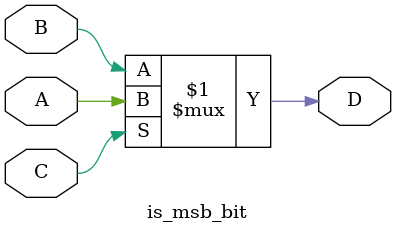
<source format=v>
`timescale 1ns / 1ps


module is_msb_bit (input A, input B, input C, output D);

    assign D = C ? A : B; // assign negation of D to D if C is msb. Else, assign normal D to D. 
    
endmodule


</source>
